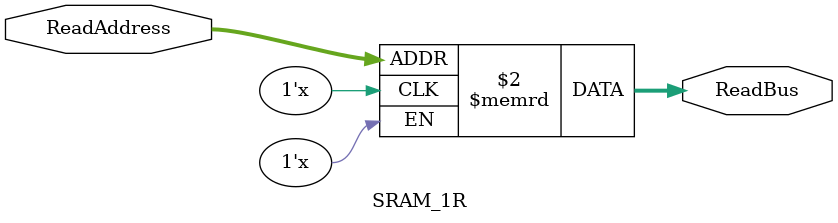
<source format=v>
/*module************************************
*
* NAME:  sram_1R
*
* DESCRIPTION:   
*	Input Buffer: 1024*8bits, 1 read port
*  
* REVISION HISTORY
*   Date     Programmer    Description
*   2/4/13   Wenxu Zhao    Version 1.0
*    
*M*/

module SRAM_1R (ReadAddress, ReadBus);
input  [12:0] ReadAddress; // Change as you change size of SRAM
output [7:0] ReadBus;

reg [7:0] Register [0:1023];   // 1024 words, with each 8 bits wide
reg [7:0] ReadBus;

// Note the 4 ns delay - this is the OUTPUT DELAY FOR THE MEMORY FOR SYNTHESIS
always@(*)
  begin 
    #4 ReadBus  =  Register[ReadAddress];
  end
endmodule

</source>
